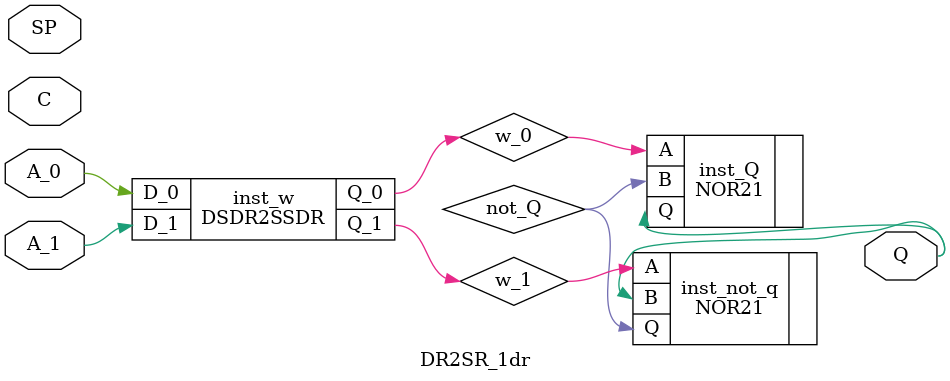
<source format=v>

module spctrl (C, RN, Q);
  input C, RN;
  output Q;
  wire R;
  wire not_Q;
  wire csc, not_csc, not_C;

  INV1 inst_not_C (.A(C), .Q(not_C));
  INV1 inst_R (.A(RN), .Q(R));

  AOI221 inst_Q (.A(not_Q), .B(C), .C(not_csc), .D(not_C), .Q(Q));
  AOI221 inst_not_csc0 (.A(csc), .B(not_C), .C(not_Q), .D(C), .Q(not_csc));  

  NAND21 inst_not_Q (.A(RN), .B(Q), .Q(not_Q));
  NOR21 inst_csc (.A(not_csc), .B(R), .Q(csc));
endmodule


module goctrl (C, DN, SN, GO);
  input C, DN, SN;
  output GO;
  wire w1, w0;
  wire not_SN;
  wire not_DN;
  wire SN_C;
  wire not_SN_C, not_GO;
  
  INV1 inst_not_SN (.A(SN), .Q(not_SN));
  NOR21 inst_not_SN_C (.A(not_SN), .B(C), .Q(not_SN_C));
  INV1 inst_SN_C (.A(not_SN_C), .Q(SN_C));
  INV1 inst_not_DN (.A(DN), .Q(not_DN));

  NOR21 inst_w1 (.A(SN_C), .B(w0), .Q(w1));
  NOR21 inst_w0 (.A(not_DN), .B(w1), .Q(w0));
  NOR21 inst_nor_GO (.A(SN_C), .B(w1), .Q(not_GO));
  INV1 inst_GO (.A(not_GO), .Q(GO));
endmodule  


// <Q_1, Q_0> is enforced to all-ones spacer when SP is low. 
// Otherwise  <Q_1, Q_0> = <D_1, D_0> 

module spalt_ndr (C, D_1, D_0, Q_1, Q_0, SP);
  input C;
  input D_1, D_0;
  output Q_1, Q_0;
  input SP;
  wire not_Q_1, not_Q_0;
  wire not_D_1, not_D_0;
  
  AOI221 inst_not_Q_1 (.A(C), .B(SP), .C(SP), .D(Q_1), .Q(not_Q_1));
  AOI221 inst_not_Q_0 (.A(C), .B(SP), .C(SP), .D(Q_0), .Q(not_Q_0));
  
  INV1 inst_not_D_1 (.A(D_1), .Q(not_D_1));
  INV1 inst_not_D_0 (.A(D_0), .Q(not_D_0));
  
  NAND21 inst_Q_1 (.A(not_Q_1), .B(not_D_1), .Q(Q_1));
  NAND21 inst_Q_0 (.A(not_Q_0), .B(not_D_0), .Q(Q_0));
endmodule


module DSDR2SSDR (D_1, D_0, Q_1, Q_0);
  input D_1, D_0;
  output Q_1, Q_0;
  wire not_D_1, not_D_0;
  
  INV1 inst_not_D_1 (.A(D_1), .Q(not_D_1));
  INV1 inst_not_D_0 (.A(D_0), .Q(not_D_0));
  NOR21 inst_Q_1 (.A(not_D_1), .B(D_0), .Q(Q_1));
  NOR21 inst_Q_0 (.A(not_D_0), .B(D_1), .Q(Q_0));
endmodule


// SR2DR

module SR2DR_0dr (C, A, Q_1, Q_0, SP);
  input C;
  input A;
  input SP;
  output Q_1, Q_0;
  wire w_1, w_0;
  wire not_A;

  INV1 inst_not_A (.A(A), .Q(not_A));
  NOR21 inst_w_1 (.A(not_A), .B(C), .Q(w_1));
  NOR21 inst_w_0 (.A(A), .B(C), .Q(w_0));
  spalt_ndr inst_Q (.C(C), .D_1(w_1), .D_0(w_0), .Q_1(Q_1), .Q_0(Q_0), .SP(SP));
endmodule


module SR2DR_1dr (C, A, Q_1, Q_0, SP);
  input C;
  input A;
  input SP;
  output Q_1, Q_0;
  wire w_1, w_0;
  wire not_A;

  INV1 inst_not_A (.A(A), .Q(not_A));
  NOR21 inst_w_1 (.A(not_A), .B(C), .Q(w_1));
  NOR21 inst_w_0 (.A(A), .B(C), .Q(w_0));
  spalt_ndr inst_v (.C(C), .D_1(w_1), .D_0(w_0), .Q_1(v_1), .Q_0(v_0), .SP(SP));
  spinv_ndr inst_q (.i_1(v_1), .i_0(v_0), .z_1(Q_1), .z_0(Q_0));
endmodule


//DR2SR

module DR2SR_0dr (C, A_1, A_0, Q, SP);
  input C;
  input A_1, A_0;
  input SP;
  output Q;
  wire w_1, w_0;

  DSDR2SSDR inst_w (.D_1(A_1), .D_0(A_0), .Q_1(w_1), .Q_0(w_0));

  NOR21 inst_not_q (.A(w_1), .B(Q), .Q(not_Q));
  NOR21 inst_Q (.A(w_0), .B(not_Q), .Q(Q));
endmodule


module DR2SR_1dr (C, A_1, A_0, Q, SP);
  input C;
  input A_1, A_0;
  input SP;
  output Q;
  wire w_1, w_0;

  DSDR2SSDR inst_w (.D_1(A_1), .D_0(A_0), .Q_1(w_1), .Q_0(w_0));

  NOR21 inst_not_q (.A(w_1), .B(Q), .Q(not_Q));
  NOR21 inst_Q (.A(w_0), .B(not_Q), .Q(Q));
endmodule

</source>
